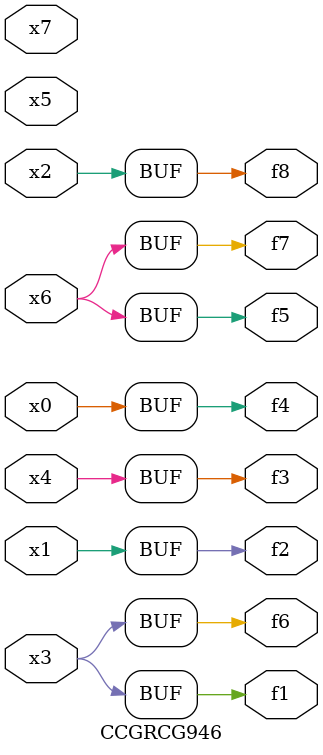
<source format=v>
module CCGRCG946(
	input x0, x1, x2, x3, x4, x5, x6, x7,
	output f1, f2, f3, f4, f5, f6, f7, f8
);
	assign f1 = x3;
	assign f2 = x1;
	assign f3 = x4;
	assign f4 = x0;
	assign f5 = x6;
	assign f6 = x3;
	assign f7 = x6;
	assign f8 = x2;
endmodule

</source>
